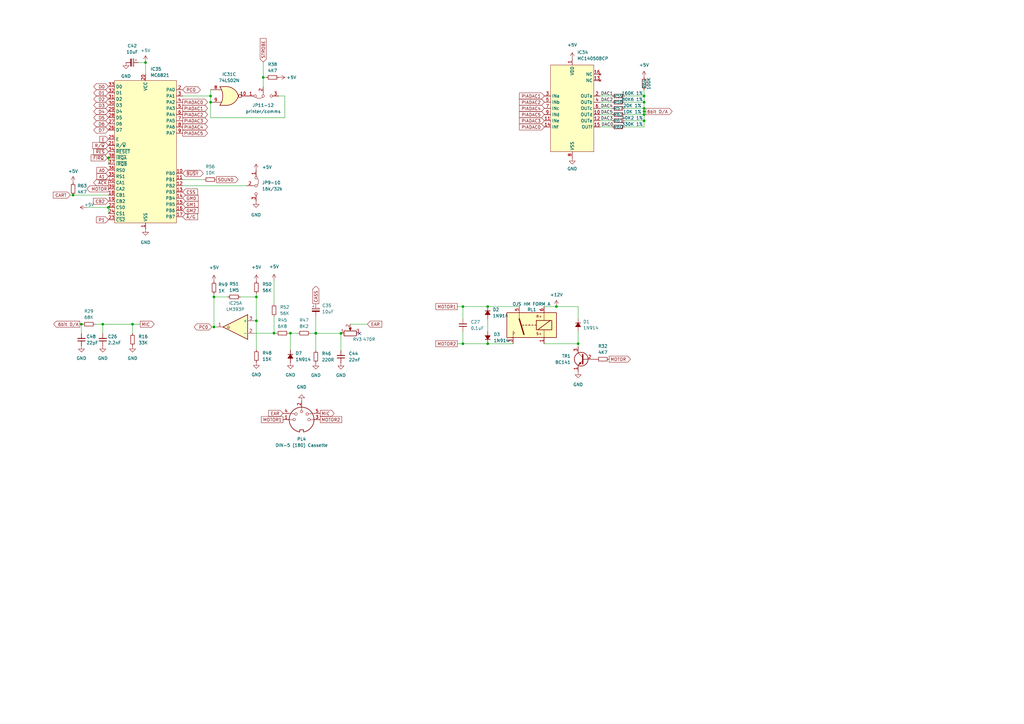
<source format=kicad_sch>
(kicad_sch (version 20250114) (generator "eeschema") (generator_version "9.0")
  (paper "A3")
  (title_block (date "2023-06-03") (rev "2.1") (company "Dragon Data") (comment 1 "Reproduced and Modified by Julian Brown"))
  (lib_symbols
    (symbol "74xx:74LS02" (pin_names (offset 1.016))
      (property "Reference" "U" (at 0 1.27 0))
      (property "Value" "74LS02" (at 0 -1.27 0))
      (symbol "74LS02_1_1"
        (arc (start -3.81 3.81) (mid -2.589 0) (end -3.81 -3.81) (stroke (width 0.254)))
        (polyline (pts (xy -3.81 3.81) (xy -0.635 3.81)) (stroke (width 0.254)) (fill (type background)))
        (polyline (pts (xy -3.81 -3.81) (xy -0.635 -3.81)) (stroke (width 0.254)) (fill (type background)))
        (arc (start 3.81 0) (mid 2.1855 -2.584) (end -0.6096 -3.81) (stroke (width 0.254)) (fill (type background)))
        (arc (start -0.6096 3.81) (mid 2.1929 2.5925) (end 3.81 0) (stroke (width 0.254)) (fill (type background)))
        (polyline (pts (xy -0.635 3.81) (xy -3.81 3.81) (xy -3.81 3.81) (xy -3.556 3.4036) (xy -3.0226 2.2606) (xy -2.6924 1.0414) (xy -2.6162 -0.254) (xy -2.7686 -1.4986) (xy -3.175 -2.7178) (xy -3.81 -3.81) (xy -3.81 -3.81) (xy -0.635 -3.81)) (stroke (width -25.4)) (fill (type background)))
        (pin input line (at -7.62 2.54 0) (length 4.318) (name "~") (number "2"))
        (pin input line (at -7.62 -2.54 0) (length 4.318) (name "~") (number "3"))
        (pin output inverted (at 7.62 0 180) (length 3.81) (name "~") (number "1"))
      )
      (symbol "74LS02_1_2"
        (arc (start 0 3.81) (mid 3.7934 0) (end 0 -3.81) (stroke (width 0.254)) (fill (type background)))
        (polyline (pts (xy 0 3.81) (xy -3.81 3.81) (xy -3.81 -3.81) (xy 0 -3.81)) (stroke (width 0.254)) (fill (type background)))
        (pin input inverted (at -7.62 2.54 0) (length 3.81) (name "~") (number "2"))
        (pin input inverted (at -7.62 -2.54 0) (length 3.81) (name "~") (number "3"))
        (pin output line (at 7.62 0 180) (length 3.81) (name "~") (number "1"))
      )
      (symbol "74LS02_2_1"
        (arc (start -3.81 3.81) (mid -2.589 0) (end -3.81 -3.81) (stroke (width 0.254)))
        (polyline (pts (xy -3.81 3.81) (xy -0.635 3.81)) (stroke (width 0.254)) (fill (type background)))
        (polyline (pts (xy -3.81 -3.81) (xy -0.635 -3.81)) (stroke (width 0.254)) (fill (type background)))
        (arc (start 3.81 0) (mid 2.1855 -2.584) (end -0.6096 -3.81) (stroke (width 0.254)) (fill (type background)))
        (arc (start -0.6096 3.81) (mid 2.1929 2.5925) (end 3.81 0) (stroke (width 0.254)) (fill (type background)))
        (polyline (pts (xy -0.635 3.81) (xy -3.81 3.81) (xy -3.81 3.81) (xy -3.556 3.4036) (xy -3.0226 2.2606) (xy -2.6924 1.0414) (xy -2.6162 -0.254) (xy -2.7686 -1.4986) (xy -3.175 -2.7178) (xy -3.81 -3.81) (xy -3.81 -3.81) (xy -0.635 -3.81)) (stroke (width -25.4)) (fill (type background)))
        (pin input line (at -7.62 2.54 0) (length 4.318) (name "~") (number "5"))
        (pin input line (at -7.62 -2.54 0) (length 4.318) (name "~") (number "6"))
        (pin output inverted (at 7.62 0 180) (length 3.81) (name "~") (number "4"))
      )
      (symbol "74LS02_2_2"
        (arc (start 0 3.81) (mid 3.7934 0) (end 0 -3.81) (stroke (width 0.254)) (fill (type background)))
        (polyline (pts (xy 0 3.81) (xy -3.81 3.81) (xy -3.81 -3.81) (xy 0 -3.81)) (stroke (width 0.254)) (fill (type background)))
        (pin input inverted (at -7.62 2.54 0) (length 3.81) (name "~") (number "5"))
        (pin input inverted (at -7.62 -2.54 0) (length 3.81) (name "~") (number "6"))
        (pin output line (at 7.62 0 180) (length 3.81) (name "~") (number "4"))
      )
      (symbol "74LS02_3_1"
        (arc (start -3.81 3.81) (mid -2.589 0) (end -3.81 -3.81) (stroke (width 0.254)))
        (polyline (pts (xy -3.81 3.81) (xy -0.635 3.81)) (stroke (width 0.254)) (fill (type background)))
        (polyline (pts (xy -3.81 -3.81) (xy -0.635 -3.81)) (stroke (width 0.254)) (fill (type background)))
        (arc (start 3.81 0) (mid 2.1855 -2.584) (end -0.6096 -3.81) (stroke (width 0.254)) (fill (type background)))
        (arc (start -0.6096 3.81) (mid 2.1929 2.5925) (end 3.81 0) (stroke (width 0.254)) (fill (type background)))
        (polyline (pts (xy -0.635 3.81) (xy -3.81 3.81) (xy -3.81 3.81) (xy -3.556 3.4036) (xy -3.0226 2.2606) (xy -2.6924 1.0414) (xy -2.6162 -0.254) (xy -2.7686 -1.4986) (xy -3.175 -2.7178) (xy -3.81 -3.81) (xy -3.81 -3.81) (xy -0.635 -3.81)) (stroke (width -25.4)) (fill (type background)))
        (pin input line (at -7.62 2.54 0) (length 4.318) (name "~") (number "8"))
        (pin input line (at -7.62 -2.54 0) (length 4.318) (name "~") (number "9"))
        (pin output inverted (at 7.62 0 180) (length 3.81) (name "~") (number "10"))
      )
      (symbol "74LS02_3_2"
        (arc (start 0 3.81) (mid 3.7934 0) (end 0 -3.81) (stroke (width 0.254)) (fill (type background)))
        (polyline (pts (xy 0 3.81) (xy -3.81 3.81) (xy -3.81 -3.81) (xy 0 -3.81)) (stroke (width 0.254)) (fill (type background)))
        (pin input inverted (at -7.62 2.54 0) (length 3.81) (name "~") (number "8"))
        (pin input inverted (at -7.62 -2.54 0) (length 3.81) (name "~") (number "9"))
        (pin output line (at 7.62 0 180) (length 3.81) (name "~") (number "10"))
      )
      (symbol "74LS02_4_1"
        (arc (start -3.81 3.81) (mid -2.589 0) (end -3.81 -3.81) (stroke (width 0.254)))
        (polyline (pts (xy -3.81 3.81) (xy -0.635 3.81)) (stroke (width 0.254)) (fill (type background)))
        (polyline (pts (xy -3.81 -3.81) (xy -0.635 -3.81)) (stroke (width 0.254)) (fill (type background)))
        (arc (start 3.81 0) (mid 2.1855 -2.584) (end -0.6096 -3.81) (stroke (width 0.254)) (fill (type background)))
        (arc (start -0.6096 3.81) (mid 2.1929 2.5925) (end 3.81 0) (stroke (width 0.254)) (fill (type background)))
        (polyline (pts (xy -0.635 3.81) (xy -3.81 3.81) (xy -3.81 3.81) (xy -3.556 3.4036) (xy -3.0226 2.2606) (xy -2.6924 1.0414) (xy -2.6162 -0.254) (xy -2.7686 -1.4986) (xy -3.175 -2.7178) (xy -3.81 -3.81) (xy -3.81 -3.81) (xy -0.635 -3.81)) (stroke (width -25.4)) (fill (type background)))
        (pin input line (at -7.62 2.54 0) (length 4.318) (name "~") (number "11"))
        (pin input line (at -7.62 -2.54 0) (length 4.318) (name "~") (number "12"))
        (pin output inverted (at 7.62 0 180) (length 3.81) (name "~") (number "13"))
      )
      (symbol "74LS02_4_2"
        (arc (start 0 3.81) (mid 3.7934 0) (end 0 -3.81) (stroke (width 0.254)) (fill (type background)))
        (polyline (pts (xy 0 3.81) (xy -3.81 3.81) (xy -3.81 -3.81) (xy 0 -3.81)) (stroke (width 0.254)) (fill (type background)))
        (pin input inverted (at -7.62 2.54 0) (length 3.81) (name "~") (number "11"))
        (pin input inverted (at -7.62 -2.54 0) (length 3.81) (name "~") (number "12"))
        (pin output line (at 7.62 0 180) (length 3.81) (name "~") (number "13"))
      )
      (symbol "74LS02_5_0"
        (pin power_in line (at 0 12.7 270) (length 5.08) (name "VCC") (number "14"))
        (pin power_in line (at 0 -12.7 90) (length 5.08) (name "GND") (number "7"))
      )
      (symbol "74LS02_5_1"
        (rectangle (start -5.08 7.62) (end 5.08 -7.62) (stroke (width 0.254)) (fill (type background)))
      )
    )
    (symbol "Comparator:LM393" (pin_names (offset 0.127))
      (property "Reference" "U" (at 3.81 3.81 0))
      (property "Value" "LM393" (at 6.35 -3.81 0))
      (symbol "LM393_1_1"
        (polyline (pts (xy -5.08 5.08) (xy 5.08 0) (xy -5.08 -5.08) (xy -5.08 5.08)) (stroke (width 0.254)) (fill (type background)))
        (polyline (pts (xy 3.302 -0.508) (xy 2.794 -0.508) (xy 3.302 0) (xy 2.794 0.508) (xy 2.286 0) (xy 2.794 -0.508) (xy 2.286 -0.508)) (stroke (width 0.127)))
        (pin input line (at -7.62 2.54 0) (length 2.54) (name "+") (number "3"))
        (pin input line (at -7.62 -2.54 0) (length 2.54) (name "-") (number "2"))
        (pin open_collector line (at 7.62 0 180) (length 2.54) (name "~") (number "1"))
      )
      (symbol "LM393_2_1"
        (polyline (pts (xy -5.08 5.08) (xy 5.08 0) (xy -5.08 -5.08) (xy -5.08 5.08)) (stroke (width 0.254)) (fill (type background)))
        (polyline (pts (xy 3.302 -0.508) (xy 2.794 -0.508) (xy 3.302 0) (xy 2.794 0.508) (xy 2.286 0) (xy 2.794 -0.508) (xy 2.286 -0.508)) (stroke (width 0.127)))
        (pin input line (at -7.62 2.54 0) (length 2.54) (name "+") (number "5"))
        (pin input line (at -7.62 -2.54 0) (length 2.54) (name "_") (number "6"))
        (pin open_collector line (at 7.62 0 180) (length 2.54) (name "~") (number "7"))
      )
      (symbol "LM393_3_1"
        (pin power_in line (at -2.54 7.62 270) (length 3.81) (name "V+") (number "8"))
        (pin power_in line (at -2.54 -7.62 90) (length 3.81) (name "V-") (number "4"))
      )
    )
    (symbol "Connector:DIN-5_180degree" (pin_names (offset 1.016))
      (property "Reference" "J" (at 3.175 5.715 0))
      (property "Value" "DIN-5_180degree" (at 0 -6.35 0))
      (symbol "DIN-5_180degree_0_1"
        (polyline (pts (xy -5.08 2.54) (xy -4.318 2.54) (xy -2.794 2.286)))
        (polyline (pts (xy -5.08 0) (xy -3.556 0)))
        (circle (center -3.048 0) (radius 0.508))
        (circle (center -2.286 2.286) (radius 0.508))
        (polyline (pts (xy -0.762 -4.953) (xy -0.762 -4.191) (xy 0.762 -4.191) (xy 0.762 -4.953)) (stroke (width 0.254)))
        (arc (start 5.08 0) (mid 3.8673 -3.3444) (end 0.762 -5.08) (stroke (width 0.254)))
        (polyline (pts (xy 0 5.08) (xy 0 3.81)))
        (circle (center 0 3.302) (radius 0.508))
        (arc (start -5.08 0) (mid 0 5.0579) (end 5.08 0) (stroke (width 0.254)))
        (arc (start -0.762 -5.08) (mid -3.8597 -3.3379) (end -5.08 0) (stroke (width 0.254)))
        (circle (center 2.286 2.286) (radius 0.508))
        (circle (center 3.048 0) (radius 0.508))
        (polyline (pts (xy 5.08 2.54) (xy 4.318 2.54) (xy 2.794 2.286)))
        (polyline (pts (xy 5.08 0) (xy 3.556 0)))
      )
      (symbol "DIN-5_180degree_1_1"
        (pin passive line (at -7.62 2.54 0) (length 2.54) (name "~") (number "4"))
        (pin passive line (at -7.62 0 0) (length 2.54) (name "~") (number "1"))
        (pin passive line (at 0 7.62 270) (length 2.54) (name "~") (number "2"))
        (pin passive line (at 7.62 2.54 180) (length 2.54) (name "~") (number "5"))
        (pin passive line (at 7.62 0 180) (length 2.54) (name "~") (number "3"))
      )
    )
    (symbol "Device:C_Polarized_Small" (pin_numbers (hide yes)) (pin_names (offset 0.254) (hide yes))
      (property "Reference" "C" (at 0.254 1.778 0))
      (property "Value" "C_Polarized_Small" (at 0.254 -2.032 0))
      (symbol "C_Polarized_Small_0_1"
        (rectangle (start -1.524 0.6858) (end 1.524 0.3048))
        (rectangle (start -1.524 -0.3048) (end 1.524 -0.6858) (fill (type outline)))
        (polyline (pts (xy -1.27 1.524) (xy -0.762 1.524)))
        (polyline (pts (xy -1.016 1.27) (xy -1.016 1.778)))
      )
      (symbol "C_Polarized_Small_1_1"
        (pin passive line (at 0 2.54 270) (length 1.8542) (name "~") (number "1"))
        (pin passive line (at 0 -2.54 90) (length 1.8542) (name "~") (number "2"))
      )
    )
    (symbol "Device:C_Small" (pin_numbers (hide yes)) (pin_names (offset 0.254) (hide yes))
      (property "Reference" "C" (at 0.254 1.778 0))
      (property "Value" "C_Small" (at 0.254 -2.032 0))
      (symbol "C_Small_0_1"
        (polyline (pts (xy -1.524 0.508) (xy 1.524 0.508)) (stroke (width 0.3048)))
        (polyline (pts (xy -1.524 -0.508) (xy 1.524 -0.508)) (stroke (width 0.3302)))
      )
      (symbol "C_Small_1_1"
        (pin passive line (at 0 2.54 270) (length 2.032) (name "~") (number "1"))
        (pin passive line (at 0 -2.54 90) (length 2.032) (name "~") (number "2"))
      )
    )
    (symbol "Device:D_Small_Filled" (pin_numbers (hide yes)) (pin_names (offset 0.254) (hide yes))
      (property "Reference" "D" (at -1.27 2.032 0))
      (property "Value" "D_Small_Filled" (at -3.81 -2.032 0))
      (symbol "D_Small_Filled_0_1"
        (polyline (pts (xy -0.762 0) (xy 0.762 0)))
        (polyline (pts (xy -0.762 -1.016) (xy -0.762 1.016)) (stroke (width 0.254)))
        (polyline (pts (xy 0.762 -1.016) (xy -0.762 0) (xy 0.762 1.016) (xy 0.762 -1.016)) (stroke (width 0.254)) (fill (type outline)))
      )
      (symbol "D_Small_Filled_1_1"
        (pin passive line (at -2.54 0 0) (length 1.778) (name "K") (number "1"))
        (pin passive line (at 2.54 0 180) (length 1.778) (name "A") (number "2"))
      )
    )
    (symbol "Device:R_Potentiometer" (pin_names (offset 1.016) (hide yes))
      (property "Reference" "RV" (at -4.445 0 90))
      (property "Value" "R_Potentiometer" (at -2.54 0 90))
      (symbol "R_Potentiometer_0_1"
        (rectangle (start 1.016 2.54) (end -1.016 -2.54) (stroke (width 0.254)))
        (polyline (pts (xy 1.143 0) (xy 2.286 0.508) (xy 2.286 -0.508) (xy 1.143 0)) (fill (type outline)))
        (polyline (pts (xy 2.54 0) (xy 1.524 0)))
      )
      (symbol "R_Potentiometer_1_1"
        (pin passive line (at 0 3.81 270) (length 1.27) (name "1") (number "1"))
        (pin passive line (at 0 -3.81 90) (length 1.27) (name "3") (number "3"))
        (pin passive line (at 3.81 0 180) (length 1.27) (name "2") (number "2"))
      )
    )
    (symbol "Device:R_Small" (pin_numbers (hide yes)) (pin_names (offset 0.254) (hide yes))
      (property "Reference" "R" (at 0.762 0.508 0))
      (property "Value" "R_Small" (at 0.762 -1.016 0))
      (symbol "R_Small_0_1"
        (rectangle (start -0.762 1.778) (end 0.762 -1.778) (stroke (width 0.2032)))
      )
      (symbol "R_Small_1_1"
        (pin passive line (at 0 2.54 270) (length 0.762) (name "~") (number "1"))
        (pin passive line (at 0 -2.54 90) (length 0.762) (name "~") (number "2"))
      )
    )
    (symbol "Jumper:Jumper_3_Bridged12" (pin_names (offset 0) (hide yes))
      (property "Reference" "JP" (at -2.54 -2.54 0))
      (property "Value" "Jumper_3_Bridged12" (at 0 2.794 0))
      (symbol "Jumper_3_Bridged12_0_0"
        (circle (center -3.302 0) (radius 0.508))
        (circle (center 0 0) (radius 0.508))
        (circle (center 3.302 0) (radius 0.508))
      )
      (symbol "Jumper_3_Bridged12_0_1"
        (arc (start -3.048 0.508) (mid -1.651 0.9912) (end -0.254 0.508))
        (polyline (pts (xy 0 -1.27) (xy 0 -0.508)))
      )
      (symbol "Jumper_3_Bridged12_1_1"
        (pin passive line (at -6.35 0 0) (length 2.54) (name "A") (number "1"))
        (pin input line (at 0 -3.81 90) (length 2.54) (name "C") (number "2"))
        (pin passive line (at 6.35 0 180) (length 2.54) (name "B") (number "3"))
      )
    )
    (symbol "Motorola PIA:MC14050BCP"
      (property "Reference" "U" (at 0 8.89 0))
      (property "Value" "MC14050BCP" (at 0 -10.16 0))
      (symbol "MC14050BCP_0_1"
        (rectangle (start -8.89 17.78) (end 8.89 -17.78) (fill (type background)))
      )
      (symbol "MC14050BCP_1_1"
        (pin input line (at -11.43 5.08 0) (length 2.54) (name "INa") (number "3"))
        (pin input line (at -11.43 2.54 0) (length 2.54) (name "INb") (number "5"))
        (pin input line (at -11.43 0 0) (length 2.54) (name "INc") (number "7"))
        (pin input line (at -11.43 -2.54 0) (length 2.54) (name "INd") (number "9"))
        (pin input line (at -11.43 -5.08 0) (length 2.54) (name "INe") (number "11"))
        (pin input line (at -11.43 -7.62 0) (length 2.54) (name "INf") (number "14"))
        (pin power_in line (at 0 20.32 270) (length 2.54) (name "VDD") (number "1"))
        (pin power_in line (at 0 -20.32 90) (length 2.54) (name "VSS") (number "8"))
        (pin no_connect line (at 11.43 13.97 180) (length 2.54) (name "NC") (number "16"))
        (pin no_connect line (at 11.43 11.43 180) (length 2.54) (name "NC") (number "13"))
        (pin output line (at 11.43 5.08 180) (length 2.54) (name "OUTa") (number "2"))
        (pin output line (at 11.43 2.54 180) (length 2.54) (name "OUTb") (number "4"))
        (pin output line (at 11.43 0 180) (length 2.54) (name "OUTc") (number "6"))
        (pin output line (at 11.43 -2.54 180) (length 2.54) (name "OUTd") (number "10"))
        (pin output line (at 11.43 -5.08 180) (length 2.54) (name "OUTe") (number "12"))
        (pin output line (at 11.43 -7.62 180) (length 2.54) (name "OUTf") (number "15"))
      )
    )
    (symbol "Motorola PIA:MC6821"
      (property "Reference" "U" (at 0 1.27 0))
      (property "Value" "MC6821" (at 0 -1.27 0))
      (symbol "MC6821_0_1"
        (rectangle (start -12.7 30.48) (end 12.7 -27.94) (fill (type background)))
      )
      (symbol "MC6821_1_1"
        (pin bidirectional line (at -15.24 27.94 0) (length 2.54) (name "D0") (number "33"))
        (pin bidirectional line (at -15.24 25.4 0) (length 2.54) (name "D1") (number "32"))
        (pin bidirectional line (at -15.24 22.86 0) (length 2.54) (name "D2") (number "31"))
        (pin bidirectional line (at -15.24 20.32 0) (length 2.54) (name "D3") (number "30"))
        (pin bidirectional line (at -15.24 17.78 0) (length 2.54) (name "D4") (number "29"))
        (pin bidirectional line (at -15.24 15.24 0) (length 2.54) (name "D5") (number "28"))
        (pin bidirectional line (at -15.24 12.7 0) (length 2.54) (name "D6") (number "27"))
        (pin bidirectional line (at -15.24 10.16 0) (length 2.54) (name "D7") (number "26"))
        (pin input line (at -15.24 6.35 0) (length 2.54) (name "E") (number "25"))
        (pin input line (at -15.24 3.81 0) (length 2.54) (name "R/~{W}") (number "21"))
        (pin input line (at -15.24 1.27 0) (length 2.54) (name "~{RESET}") (number "34"))
        (pin input line (at -15.24 -1.27 0) (length 2.54) (name "~{IRQA}") (number "38"))
        (pin input line (at -15.24 -3.81 0) (length 2.54) (name "~{IRQB}") (number "37"))
        (pin input line (at -15.24 -6.35 0) (length 2.54) (name "RS0") (number "36"))
        (pin input line (at -15.24 -8.89 0) (length 2.54) (name "RS1") (number "35"))
        (pin input line (at -15.24 -11.43 0) (length 2.54) (name "CA1") (number "40"))
        (pin input line (at -15.24 -13.97 0) (length 2.54) (name "CA2") (number "39"))
        (pin input line (at -15.24 -16.51 0) (length 2.54) (name "CB1") (number "18"))
        (pin input line (at -15.24 -19.05 0) (length 2.54) (name "CB2") (number "19"))
        (pin input line (at -15.24 -21.59 0) (length 2.54) (name "CS0") (number "22"))
        (pin input line (at -15.24 -24.13 0) (length 2.54) (name "CS1") (number "24"))
        (pin input line (at -15.24 -26.67 0) (length 2.54) (name "~{CS2}") (number "23"))
        (pin power_in line (at 0 33.02 270) (length 2.54) (name "VCC") (number "20"))
        (pin power_in line (at 0 -30.48 90) (length 2.54) (name "VSS") (number "1"))
        (pin bidirectional line (at 15.24 26.67 180) (length 2.54) (name "PA0") (number "2"))
        (pin bidirectional line (at 15.24 24.13 180) (length 2.54) (name "PA1") (number "3"))
        (pin bidirectional line (at 15.24 21.59 180) (length 2.54) (name "PA2") (number "4"))
        (pin bidirectional line (at 15.24 19.05 180) (length 2.54) (name "PA3") (number "5"))
        (pin bidirectional line (at 15.24 16.51 180) (length 2.54) (name "PA4") (number "6"))
        (pin bidirectional line (at 15.24 13.97 180) (length 2.54) (name "PA5") (number "7"))
        (pin bidirectional line (at 15.24 11.43 180) (length 2.54) (name "PA6") (number "8"))
        (pin bidirectional line (at 15.24 8.89 180) (length 2.54) (name "PA7") (number "9"))
        (pin bidirectional line (at 15.24 -7.62 180) (length 2.54) (name "PB0") (number "10"))
        (pin bidirectional line (at 15.24 -10.16 180) (length 2.54) (name "PB1") (number "11"))
        (pin bidirectional line (at 15.24 -12.7 180) (length 2.54) (name "PB2") (number "12"))
        (pin bidirectional line (at 15.24 -15.24 180) (length 2.54) (name "PB3") (number "13"))
        (pin bidirectional line (at 15.24 -17.78 180) (length 2.54) (name "PB4") (number "14"))
        (pin bidirectional line (at 15.24 -20.32 180) (length 2.54) (name "PB5") (number "15"))
        (pin bidirectional line (at 15.24 -22.86 180) (length 2.54) (name "PB6") (number "16"))
        (pin bidirectional line (at 15.24 -25.4 180) (length 2.54) (name "PB7") (number "17"))
      )
    )
    (symbol "Relay:ADW11"
      (property "Reference" "K" (at 11.43 3.81 0))
      (property "Value" "ADW11" (at 13.97 1.27 0))
      (symbol "ADW11_1_1"
        (rectangle (start -10.16 5.08) (end 10.16 -5.08) (stroke (width 0.254)) (fill (type background)))
        (rectangle (start -8.255 1.905) (end -1.905 -1.905) (stroke (width 0.254)))
        (polyline (pts (xy -7.62 -1.905) (xy -2.54 1.905)) (stroke (width 0.254)))
        (polyline (pts (xy -5.08 5.08) (xy -5.08 1.905)))
        (polyline (pts (xy -5.08 -5.08) (xy -5.08 -1.905)))
        (polyline (pts (xy -1.905 0) (xy -1.27 0)) (stroke (width 0.254)))
        (polyline (pts (xy -0.635 0) (xy 0 0)) (stroke (width 0.254)))
        (polyline (pts (xy 0.635 0) (xy 1.27 0)) (stroke (width 0.254)))
        (polyline (pts (xy 0.635 0) (xy 1.27 0)) (stroke (width 0.254)))
        (polyline (pts (xy 1.905 0) (xy 2.54 0)) (stroke (width 0.254)))
        (polyline (pts (xy 3.175 0) (xy 3.81 0)) (stroke (width 0.254)))
        (polyline (pts (xy 5.08 -2.54) (xy 3.175 3.81)) (stroke (width 0.508)))
        (polyline (pts (xy 5.08 -2.54) (xy 5.08 -5.08)))
        (polyline (pts (xy 7.62 3.81) (xy 7.62 5.08)))
        (polyline (pts (xy 7.62 3.81) (xy 7.62 2.54) (xy 6.985 3.175) (xy 7.62 3.81)))
        (text "S+" (at -3.048 3.556 0) (effects (font (size 1.016 1.016))))
        (text "R+" (at -3.048 -3.556 0) (effects (font (size 1.016 1.016))))
        (pin passive line (at -5.08 7.62 270) (length 2.54) (name "~") (number "1"))
        (pin passive line (at -5.08 -7.62 90) (length 2.54) (name "~") (number "6"))
        (pin passive line (at 5.08 -7.62 90) (length 2.54) (name "~") (number "5"))
        (pin passive line (at 7.62 7.62 270) (length 2.54) (name "~") (number "3"))
      )
    )
    (symbol "Transistor_BJT:BC141" (pin_names (offset 0) (hide yes))
      (property "Reference" "Q" (at 5.08 1.905 0))
      (property "Value" "BC141" (at 5.08 0 0))
      (symbol "BC141_0_1"
        (polyline (pts (xy 0.635 1.905) (xy 0.635 -1.905) (xy 0.635 -1.905)) (stroke (width 0.508)))
        (polyline (pts (xy 0.635 0.635) (xy 2.54 2.54)))
        (polyline (pts (xy 0.635 -0.635) (xy 2.54 -2.54) (xy 2.54 -2.54)))
        (circle (center 1.27 0) (radius 2.8194) (stroke (width 0.254)))
        (polyline (pts (xy 1.27 -1.778) (xy 1.778 -1.27) (xy 2.286 -2.286) (xy 1.27 -1.778) (xy 1.27 -1.778)) (fill (type outline)))
      )
      (symbol "BC141_1_1"
        (pin passive line (at -5.08 0 0) (length 5.715) (name "B") (number "2"))
        (pin passive line (at 2.54 5.08 270) (length 2.54) (name "C") (number "3"))
        (pin passive line (at 2.54 -5.08 90) (length 2.54) (name "E") (number "1"))
      )
    )
    (symbol "power:+12V" (power) (pin_names (offset 0))
      (property "Value" "+12V" (at 0 3.556 0))
      (symbol "+12V_0_1"
        (polyline (pts (xy -0.762 1.27) (xy 0 2.54)))
        (polyline (pts (xy 0 2.54) (xy 0.762 1.27)))
        (polyline (pts (xy 0 0) (xy 0 2.54)))
      )
      (symbol "+12V_1_1"
        (pin power_in line (at 0 0 90) (length 0) (hide yes) (name "+12V") (number "1"))
      )
    )
    (symbol "power:+5V" (power) (pin_names (offset 0))
      (property "Value" "+5V" (at 0 3.556 0))
      (symbol "+5V_0_1"
        (polyline (pts (xy -0.762 1.27) (xy 0 2.54)))
        (polyline (pts (xy 0 2.54) (xy 0.762 1.27)))
        (polyline (pts (xy 0 0) (xy 0 2.54)))
      )
      (symbol "+5V_1_1"
        (pin power_in line (at 0 0 90) (length 0) (hide yes) (name "+5V") (number "1"))
      )
    )
    (symbol "power:GND" (power) (pin_names (offset 0))
      (property "Value" "GND" (at 0 -3.81 0))
      (symbol "GND_0_1"
        (polyline (pts (xy 0 0) (xy 0 -1.27) (xy 1.27 -1.27) (xy 0 -2.54) (xy -1.27 -1.27) (xy 0 -1.27)))
      )
      (symbol "GND_1_1"
        (pin power_in line (at 0 0 270) (length 0) (hide yes) (name "GND") (number "1"))
      )
    )
  )
  (junction (at 228.219 125.73))
  (junction (at 264.16 49.53))
  (junction (at 87.757 121.793))
  (junction (at 112.395 136.652))
  (junction (at 87.757 134.112))
  (junction (at 264.16 39.37))
  (junction (at 200.025 125.73))
  (junction (at 29.972 80.01))
  (junction (at 105.156 121.793))
  (junction (at 119.126 136.652))
  (junction (at 139.827 136.7523))
  (junction (at 54.356 132.969))
  (junction (at 86.36 39.37))
  (junction (at 200.025 140.97))
  (junction (at 33.401 132.969))
  (junction (at 86.36 41.91))
  (junction (at 44.45 64.77))
  (junction (at 42.164 132.969))
  (junction (at 264.16 46.99))
  (junction (at 129.54 136.7523))
  (junction (at 264.16 44.45))
  (junction (at 59.69 25.654))
  (junction (at 105.156 131.572))
  (junction (at 107.95 31.75))
  (junction (at 189.865 125.73))
  (junction (at 237.109 140.97))
  (junction (at 264.16 45.72))
  (junction (at 189.865 140.97))
  (junction (at 129.54 136.652))
  (junction (at 264.16 41.91))
  (junction (at 44.45 85.09))
  (no_connect (at 147.447 136.7523))
  (wire (pts (xy 251.079 39.37) (xy 246.126 39.37)))
  (wire (pts (xy 139.827 136.7523) (xy 129.54 136.7523)))
  (wire (pts (xy 105.156 120.396) (xy 105.156 121.793)))
  (wire (pts (xy 223.139 140.97) (xy 237.109 140.97)))
  (wire (pts (xy 187.579 140.97) (xy 189.865 140.97)))
  (wire (pts (xy 32.766 132.969) (xy 33.401 132.969)))
  (wire (pts (xy 228.219 125.73) (xy 237.109 125.73)))
  (wire (pts (xy 264.16 45.72) (xy 264.922 45.72)))
  (wire (pts (xy 105.156 131.572) (xy 104.14 131.572)))
  (wire (pts (xy 87.757 134.112) (xy 88.9 134.112)))
  (wire (pts (xy 150.6889 132.9479) (xy 143.637 132.9423)))
  (wire (pts (xy 264.16 36.83) (xy 264.16 39.37)))
  (wire (pts (xy 87.757 121.793) (xy 87.757 134.112)))
  (wire (pts (xy 112.395 136.652) (xy 104.14 136.652)))
  (wire (pts (xy 107.95 25.4) (xy 107.95 31.75)))
  (wire (pts (xy 44.069 64.77) (xy 44.45 64.77)))
  (wire (pts (xy 264.16 45.72) (xy 264.16 46.99)))
  (wire (pts (xy 44.45 64.77) (xy 44.45 67.31)))
  (wire (pts (xy 251.079 49.53) (xy 246.126 49.53)))
  (wire (pts (xy 28.829 80.01) (xy 29.972 80.01)))
  (wire (pts (xy 114.3 39.37) (xy 116.84 39.37)))
  (wire (pts (xy 237.109 135.763) (xy 237.109 140.97)))
  (wire (pts (xy 256.159 39.37) (xy 264.16 39.37)))
  (wire (pts (xy 105.156 121.793) (xy 105.156 131.572)))
  (wire (pts (xy 251.079 44.45) (xy 246.126 44.45)))
  (wire (pts (xy 200.025 140.97) (xy 210.439 140.97)))
  (wire (pts (xy 264.16 44.45) (xy 264.16 45.72)))
  (wire (pts (xy 54.356 132.969) (xy 42.164 132.969)))
  (wire (pts (xy 129.54 136.652) (xy 127.254 136.652)))
  (wire (pts (xy 87.757 121.793) (xy 93.472 121.793)))
  (wire (pts (xy 223.139 125.73) (xy 228.219 125.73)))
  (wire (pts (xy 87.757 120.523) (xy 87.757 121.793)))
  (wire (pts (xy 35.433 85.09) (xy 44.45 85.09)))
  (wire (pts (xy 264.16 49.53) (xy 264.16 52.07)))
  (wire (pts (xy 42.164 132.969) (xy 38.989 132.969)))
  (wire (pts (xy 86.36 48.26) (xy 116.84 48.26)))
  (wire (pts (xy 107.95 31.75) (xy 109.22 31.75)))
  (wire (pts (xy 139.827 143.764) (xy 139.827 136.7523)))
  (wire (pts (xy 44.45 85.09) (xy 44.45 87.63)))
  (wire (pts (xy 256.159 44.45) (xy 264.16 44.45)))
  (wire (pts (xy 256.159 49.53) (xy 264.16 49.53)))
  (wire (pts (xy 29.972 80.01) (xy 44.45 80.01)))
  (wire (pts (xy 189.865 140.97) (xy 200.025 140.97)))
  (wire (pts (xy 122.174 136.652) (xy 119.126 136.652)))
  (wire (pts (xy 105.156 121.793) (xy 98.552 121.793)))
  (wire (pts (xy 264.16 39.37) (xy 264.16 41.91)))
  (wire (pts (xy 256.159 41.91) (xy 264.16 41.91)))
  (wire (pts (xy 74.93 76.2) (xy 101.219 76.2)))
  (wire (pts (xy 237.109 125.73) (xy 237.109 130.683)))
  (wire (pts (xy 54.356 132.969) (xy 54.356 136.779)))
  (wire (pts (xy 59.69 25.654) (xy 59.69 30.48)))
  (wire (pts (xy 251.079 52.07) (xy 246.126 52.07)))
  (wire (pts (xy 189.865 130.81) (xy 189.865 125.73)))
  (wire (pts (xy 86.36 36.83) (xy 86.36 39.37)))
  (wire (pts (xy 237.109 140.97) (xy 237.109 142.24)))
  (wire (pts (xy 129.54 129.667) (xy 129.54 136.652)))
  (wire (pts (xy 119.126 136.652) (xy 118.364 136.652)))
  (wire (pts (xy 264.16 46.99) (xy 264.16 49.53)))
  (wire (pts (xy 112.395 129.794) (xy 112.395 136.652)))
  (wire (pts (xy 74.93 39.37) (xy 86.36 39.37)))
  (wire (pts (xy 105.156 131.572) (xy 105.156 143.51)))
  (wire (pts (xy 189.865 135.89) (xy 189.865 140.97)))
  (wire (pts (xy 251.079 46.99) (xy 246.126 46.99)))
  (wire (pts (xy 113.284 136.652) (xy 112.395 136.652)))
  (wire (pts (xy 83.693 73.66) (xy 74.93 73.66)))
  (wire (pts (xy 57.531 132.969) (xy 54.356 132.969)))
  (wire (pts (xy 112.395 115.062) (xy 112.395 124.714)))
  (wire (pts (xy 33.401 132.969) (xy 33.909 132.969)))
  (wire (pts (xy 256.159 52.07) (xy 264.16 52.07)))
  (wire (pts (xy 59.69 25.4) (xy 59.69 25.654)))
  (wire (pts (xy 251.079 41.91) (xy 246.126 41.91)))
  (wire (pts (xy 200.025 130.81) (xy 200.025 135.89)))
  (wire (pts (xy 107.95 31.75) (xy 107.95 35.56)))
  (wire (pts (xy 86.36 41.91) (xy 86.36 48.26)))
  (wire (pts (xy 116.84 48.26) (xy 116.84 39.37)))
  (wire (pts (xy 33.401 136.779) (xy 33.401 132.969)))
  (wire (pts (xy 86.36 39.37) (xy 86.36 41.91)))
  (wire (pts (xy 129.54 143.764) (xy 129.54 136.7523)))
  (wire (pts (xy 189.865 125.73) (xy 200.025 125.73)))
  (wire (pts (xy 256.159 46.99) (xy 264.16 46.99)))
  (wire (pts (xy 119.126 143.637) (xy 119.126 136.652)))
  (wire (pts (xy 56.769 25.654) (xy 59.69 25.654)))
  (wire (pts (xy 264.16 41.91) (xy 264.16 44.45)))
  (wire (pts (xy 42.164 132.969) (xy 42.164 136.779)))
  (wire (pts (xy 129.54 136.7523) (xy 129.54 136.652)))
  (wire (pts (xy 187.579 125.73) (xy 189.865 125.73)))
  (wire (pts (xy 200.025 125.73) (xy 212.979 125.73)))
  (wire (pts (xy 86.868 134.112) (xy 87.757 134.112)))
  (label "DAC3" (at 246.3611 49.53 0))
  (label "DAC1" (at 246.4162 39.37 0))
  (label "DAC5" (at 246.3611 46.99 0))
  (label "DAC4" (at 246.3611 44.45 0))
  (label "DAC2" (at 246.3611 41.91 0))
  (label "DAC0" (at 246.5816 52.07 0))
  (global_label "PIADAC1" (shape output) (at 74.93 44.45 0) (property "Intersheetrefs" "${INTERSHEET_REFS}" (effects (hide yes))))
  (global_label "D3" (shape bidirectional) (at 44.45 43.18 180) (property "Intersheetrefs" "${INTERSHEET_REFS}" (effects (hide yes))))
  (global_label "D0" (shape bidirectional) (at 44.45 35.56 180) (property "Intersheetrefs" "${INTERSHEET_REFS}" (effects (hide yes))))
  (global_label "PIADAC4" (shape output) (at 74.93 52.07 0) (property "Intersheetrefs" "${INTERSHEET_REFS}" (effects (hide yes))))
  (global_label "CASS" (shape output) (at 129.54 124.587 90) (property "Intersheetrefs" "${INTERSHEET_REFS}" (effects (hide yes))))
  (global_label "A1" (shape input) (at 44.45 72.39 180) (property "Intersheetrefs" "${INTERSHEET_REFS}" (effects (hide yes))))
  (global_label "EAR" (shape input) (at 116.078 169.545 180) (property "Intersheetrefs" "${INTERSHEET_REFS}" (effects (hide yes))))
  (global_label "~{RES}" (shape input) (at 44.45 62.23 180) (property "Intersheetrefs" "${INTERSHEET_REFS}" (effects (hide yes))))
  (global_label "PIADAC2" (shape output) (at 74.93 46.99 0) (property "Intersheetrefs" "${INTERSHEET_REFS}" (effects (hide yes))))
  (global_label "D2" (shape bidirectional) (at 44.45 40.64 180) (property "Intersheetrefs" "${INTERSHEET_REFS}" (effects (hide yes))))
  (global_label "MOTOR" (shape output) (at 44.45 77.47 180) (property "Intersheetrefs" "${INTERSHEET_REFS}" (effects (hide yes))))
  (global_label "MIC" (shape output) (at 57.531 132.969 0) (property "Intersheetrefs" "${INTERSHEET_REFS}" (effects (hide yes))))
  (global_label "PIADAC2" (shape input) (at 223.266 41.91 180) (property "Intersheetrefs" "${INTERSHEET_REFS}" (effects (hide yes))))
  (global_label "~{BUSY}" (shape bidirectional) (at 74.93 71.12 0) (property "Intersheetrefs" "${INTERSHEET_REFS}" (effects (hide yes))))
  (global_label "PIADAC4" (shape input) (at 223.266 44.45 180) (property "Intersheetrefs" "${INTERSHEET_REFS}" (effects (hide yes))))
  (global_label "GM2" (shape input) (at 74.93 86.36 0) (property "Intersheetrefs" "${INTERSHEET_REFS}" (effects (hide yes))))
  (global_label "GM1" (shape input) (at 74.93 83.82 0) (property "Intersheetrefs" "${INTERSHEET_REFS}" (effects (hide yes))))
  (global_label "D5" (shape bidirectional) (at 44.45 48.26 180) (property "Intersheetrefs" "${INTERSHEET_REFS}" (effects (hide yes))))
  (global_label "D7" (shape bidirectional) (at 44.45 53.34 180) (property "Intersheetrefs" "${INTERSHEET_REFS}" (effects (hide yes))))
  (global_label "PIADAC5" (shape input) (at 223.266 46.99 180) (property "Intersheetrefs" "${INTERSHEET_REFS}" (effects (hide yes))))
  (global_label "~{ACK}" (shape output) (at 44.45 74.93 180) (property "Intersheetrefs" "${INTERSHEET_REFS}" (effects (hide yes))))
  (global_label "MOTOR2" (shape passive) (at 131.318 172.085 0) (property "Intersheetrefs" "${INTERSHEET_REFS}" (effects (hide yes))))
  (global_label "MIC" (shape output) (at 131.318 169.545 0) (property "Intersheetrefs" "${INTERSHEET_REFS}" (effects (hide yes))))
  (global_label "PIADAC0" (shape input) (at 223.266 52.07 180) (property "Intersheetrefs" "${INTERSHEET_REFS}" (effects (hide yes))))
  (global_label "MOTOR1" (shape passive) (at 116.078 172.085 180) (property "Intersheetrefs" "${INTERSHEET_REFS}" (effects (hide yes))))
  (global_label "MOTOR" (shape output) (at 249.809 147.32 0) (property "Intersheetrefs" "${INTERSHEET_REFS}" (effects (hide yes))))
  (global_label "PIADAC1" (shape input) (at 223.266 39.37 180) (property "Intersheetrefs" "${INTERSHEET_REFS}" (effects (hide yes))))
  (global_label "PIADAC0" (shape output) (at 74.93 41.91 0) (property "Intersheetrefs" "${INTERSHEET_REFS}" (effects (hide yes))))
  (global_label "EAR" (shape input) (at 150.6889 132.9479 0) (property "Intersheetrefs" "${INTERSHEET_REFS}" (effects (hide yes))))
  (global_label "E" (shape input) (at 44.45 57.15 180) (property "Intersheetrefs" "${INTERSHEET_REFS}" (effects (hide yes))))
  (global_label "~{FIRQ}" (shape input) (at 44.069 64.77 180) (property "Intersheetrefs" "${INTERSHEET_REFS}" (effects (hide yes))))
  (global_label "CART" (shape input) (at 28.829 80.01 180) (property "Intersheetrefs" "${INTERSHEET_REFS}" (effects (hide yes))))
  (global_label "MOTOR1" (shape passive) (at 187.579 125.73 180) (property "Intersheetrefs" "${INTERSHEET_REFS}" (effects (hide yes))))
  (global_label "PC0" (shape bidirectional) (at 86.868 134.112 180) (property "Intersheetrefs" "${INTERSHEET_REFS}" (effects (hide yes))))
  (global_label "SOUND" (shape output) (at 88.773 73.66 0) (property "Intersheetrefs" "${INTERSHEET_REFS}" (effects (hide yes))))
  (global_label "PIADAC3" (shape output) (at 74.93 49.53 0) (property "Intersheetrefs" "${INTERSHEET_REFS}" (effects (hide yes))))
  (global_label "A0" (shape input) (at 44.45 69.85 180) (property "Intersheetrefs" "${INTERSHEET_REFS}" (effects (hide yes))))
  (global_label "6bit D{slash}A" (shape output) (at 264.922 45.72 0) (property "Intersheetrefs" "${INTERSHEET_REFS}" (effects (hide yes))))
  (global_label "D6" (shape bidirectional) (at 44.45 50.8 180) (property "Intersheetrefs" "${INTERSHEET_REFS}" (effects (hide yes))))
  (global_label "R{slash}~{W}" (shape input) (at 44.45 59.69 180) (property "Intersheetrefs" "${INTERSHEET_REFS}" (effects (hide yes))))
  (global_label "P1" (shape input) (at 44.45 90.17 180) (property "Intersheetrefs" "${INTERSHEET_REFS}" (effects (hide yes))))
  (global_label "CB2" (shape input) (at 44.45 82.55 180) (property "Intersheetrefs" "${INTERSHEET_REFS}" (effects (hide yes))))
  (global_label "6bit D{slash}A" (shape output) (at 32.766 132.969 180) (property "Intersheetrefs" "${INTERSHEET_REFS}" (effects (hide yes))))
  (global_label "MOTOR2" (shape passive) (at 187.579 140.97 180) (property "Intersheetrefs" "${INTERSHEET_REFS}" (effects (hide yes))))
  (global_label "PIADAC5" (shape output) (at 74.93 54.61 0) (property "Intersheetrefs" "${INTERSHEET_REFS}" (effects (hide yes))))
  (global_label "GM0" (shape input) (at 74.93 81.28 0) (property "Intersheetrefs" "${INTERSHEET_REFS}" (effects (hide yes))))
  (global_label "PC0" (shape bidirectional) (at 74.93 36.83 0) (property "Intersheetrefs" "${INTERSHEET_REFS}" (effects (hide yes))))
  (global_label "CSS" (shape input) (at 74.93 78.74 0) (property "Intersheetrefs" "${INTERSHEET_REFS}" (effects (hide yes))))
  (global_label "D1" (shape bidirectional) (at 44.45 38.1 180) (property "Intersheetrefs" "${INTERSHEET_REFS}" (effects (hide yes))))
  (global_label "STROBE" (shape input) (at 107.95 25.4 90) (property "Intersheetrefs" "${INTERSHEET_REFS}" (effects (hide yes))))
  (global_label "D4" (shape bidirectional) (at 44.45 45.72 180) (property "Intersheetrefs" "${INTERSHEET_REFS}" (effects (hide yes))))
  (global_label "~{A}{slash}G" (shape input) (at 74.93 88.9 0) (property "Intersheetrefs" "${INTERSHEET_REFS}" (effects (hide yes))))
  (global_label "PIADAC3" (shape input) (at 223.266 49.53 180) (property "Intersheetrefs" "${INTERSHEET_REFS}" (effects (hide yes))))
  (symbol (lib_id "Device:R_Small") (at 253.619 39.37 270) (unit 1)
    (property "Reference" "R59" (at 253.619 39.37 90))
    (property "Value" "160K 1%" (at 259.334 38.227 90))
    (property "Footprint" "Resistor_THT:R_Axial_DIN0207_L6.3mm_D2.5mm_P10.16mm_Horizontal" (effects (hide yes)))
    (property "DigiKey" "S160CACT-ND" (effects (hide yes)))
  )
  (symbol (lib_id "Device:R_Small") (at 253.619 52.07 270) (unit 1)
    (property "Reference" "R60" (at 253.619 52.07 90))
    (property "Value" "330K 1%" (at 259.334 50.927 90))
    (property "Footprint" "Resistor_THT:R_Axial_DIN0207_L6.3mm_D2.5mm_P10.16mm_Horizontal" (effects (hide yes)))
    (property "DigiKey" "S330KCACT-ND" (effects (hide yes)))
  )
  (symbol (lib_id "Device:R_Small") (at 253.619 46.99 270) (unit 1)
    (property "Reference" "R62" (at 253.619 46.99 90))
    (property "Value" "10K 1%" (at 259.334 45.847 90))
    (property "Footprint" "Resistor_THT:R_Axial_DIN0207_L6.3mm_D2.5mm_P10.16mm_Horizontal" (effects (hide yes)))
    (property "DigiKey" "RNF14FTD10K0CT-ND" (effects (hide yes)))
  )
  (symbol (lib_id "Device:R_Small") (at 247.269 147.32 270) (unit 1)
    (property "Reference" "R32" (at 247.269 141.986 90))
    (property "Value" "4K7" (at 247.269 144.526 90))
    (property "Footprint" "Resistor_THT:R_Axial_DIN0207_L6.3mm_D2.5mm_P10.16mm_Horizontal" (effects (hide yes)))
    (property "DigiKey" "CF14JT4K70CT-ND" (effects (hide yes)))
  )
  (symbol (lib_id "Device:C_Small") (at 189.865 133.35 180) (unit 1)
    (property "Reference" "C27" (at 193.04 132.0735 0) (effects (justify right)))
    (property "Value" "0.1uF" (at 193.04 134.6135 0) (effects (justify right)))
    (property "Footprint" "Capacitor_THT:C_Disc_D4.3mm_W1.9mm_P5.00mm" (effects (hide yes)))
    (property "Datasheet" "https://www.vishay.com/docs/45171/kseries.pdf" (effects (hide yes)))
    (property "DigiKey" "BC1101CT-ND" (effects (hide yes)))
  )
  (symbol (lib_id "power:+5V") (at 105.029 69.85 0) (unit 1)
    (property "Reference" "#PWR0278" (effects (hide yes)))
    (property "Value" "+5V" (at 107.442 68.5799 0) (effects (justify left)))
  )
  (symbol (lib_id "power:+5V") (at 105.156 115.316 0) (unit 1)
    (property "Reference" "#PWR0219" (effects (hide yes)))
    (property "Value" "+5V" (at 105.156 109.601 0))
  )
  (symbol (lib_id "Device:D_Small_Filled") (at 119.126 146.177 270) (unit 1)
    (property "Reference" "D7" (at 121.158 144.9069 90) (effects (justify left)))
    (property "Value" "1N914" (at 121.158 147.4469 90) (effects (justify left)))
    (property "Footprint" "Diode_THT:D_DO-35_SOD27_P7.62mm_Horizontal" (effects (hide yes)))
    (property "Datasheet" "http://www.vishay.com/docs/85622/1n914.pdf" (effects (hide yes)))
    (property "DigiKey" "1N914FS-ND" (effects (hide yes)))
  )
  (symbol (lib_id "Device:R_Small") (at 253.619 41.91 270) (unit 1)
    (property "Reference" "R58" (at 253.619 41.91 90))
    (property "Value" "80K6 1%" (at 259.334 40.767 90))
    (property "Footprint" "Resistor_THT:R_Axial_DIN0207_L6.3mm_D2.5mm_P10.16mm_Horizontal" (effects (hide yes)))
    (property "DigiKey" "RNF14FTD80K6CT-ND" (effects (hide yes)))
  )
  (symbol (lib_id "Transistor_BJT:BC141") (at 239.649 147.32 0) (mirror y) (unit 1)
    (property "Reference" "TR1" (at 234.061 146.0499 0) (effects (justify left)))
    (property "Value" "BC141" (at 234.061 148.5899 0) (effects (justify left)))
    (property "Footprint" "Package_TO_SOT_THT:TO-92_Inline_Wide" (effects (hide yes)))
    (property "Datasheet" "https://alltransistors.com/adv/pdfview.php?doc=bc140_bc141_cnv_2.pdf&dire=_philips" (effects (hide yes)))
    (property "DigiKey" "SS8050DTACT-ND" (effects (hide yes)))
    (property "Note" "do NOT use KSD1616AYTA instead" (effects (hide yes)))
  )
  (symbol (lib_id "Device:C_Small") (at 42.164 139.319 180) (unit 1)
    (property "Reference" "C26" (at 44.196 138.049 0) (effects (justify right)))
    (property "Value" "2.2nF" (at 44.196 140.589 0) (effects (justify right)))
    (property "Footprint" "Capacitor_THT:C_Disc_D3.0mm_W2.0mm_P2.50mm" (effects (hide yes)))
    (property "Datasheet" "https://www.vishay.com/docs/45171/kseries.pdf" (effects (hide yes)))
    (property "DigiKey" "BC1074CT-ND" (effects (hide yes)))
  )
  (symbol (lib_id "Relay:ADW11") (at 218.059 133.35 180) (unit 1)
    (property "Reference" "RL1" (at 219.964 127 0) (effects (justify left)))
    (property "Value" "OJS HM FORM A" (at 225.806 124.714 0) (effects (justify left)))
    (property "Footprint" "Dragon:OJS HM 10A Relay" (effects (hide yes)))
    (property "Datasheet" "https://www.te.com/commerce/DocumentDelivery/DDEController?Action=srchrtrv&DocNm=OJS_10A&DocType=DS&DocLang=English" (effects (hide yes)))
    (property "DigiKey" "41-OJS-SH-105HMF,00000-ND" (effects (hide yes)))
  )
  (symbol (lib_id "power:GND") (at 42.164 141.859 0) (unit 1)
    (property "Reference" "#PWR0233" (effects (hide yes)))
    (property "Value" "GND" (at 42.164 146.939 0))
  )
  (symbol (lib_id "Device:R_Small") (at 96.012 121.793 270) (unit 1)
    (property "Reference" "R51" (at 96.012 116.459 90))
    (property "Value" "1M5" (at 96.012 118.999 90))
    (property "Footprint" "Resistor_THT:R_Axial_DIN0207_L6.3mm_D2.5mm_P10.16mm_Horizontal" (effects (hide yes)))
    (property "DigiKey" "CF14JT1M50CT-ND" (effects (hide yes)))
  )
  (symbol (lib_id "power:+5V") (at 35.433 85.09 90) (unit 1)
    (property "Reference" "#PWR0237" (effects (hide yes)))
    (property "Value" "+5V" (at 34.544 83.947 90) (effects (justify right)))
  )
  (symbol (lib_id "Device:D_Small_Filled") (at 237.109 133.223 270) (unit 1)
    (property "Reference" "D1" (at 239.141 131.9529 90) (effects (justify left)))
    (property "Value" "1N914" (at 239.141 134.4929 90) (effects (justify left)))
    (property "Footprint" "Diode_THT:D_DO-35_SOD27_P7.62mm_Horizontal" (effects (hide yes)))
    (property "Datasheet" "http://www.vishay.com/docs/85622/1n914.pdf" (effects (hide yes)))
    (property "DigiKey" "1N914FS-ND" (effects (hide yes)))
  )
  (symbol (lib_id "Connector:DIN-5_180degree") (at 123.698 172.085 0) (unit 1)
    (property "Reference" "PL4" (at 123.6981 180.086 0))
    (property "Value" "DIN-5 (180) Cassette" (at 123.6981 182.626 0))
    (property "Footprint" "Dragon:DIN-5_DELTRON_671-0501_45deg_Horizontal" (effects (hide yes)))
    (property "Datasheet" "https://www.dem-uk.com/deltron-components/Data/Product_Downloads/deltron-671-0501-5-way-din-socket-data.pdf" (effects (hide yes)))
    (property "Note" "RS Components" (effects (hide yes)))
    (property "DigiKey" "CP-7050-ND" (effects (hide yes)))
  )
  (symbol (lib_id "Device:C_Small") (at 33.401 139.319 180) (unit 1)
    (property "Reference" "C48" (at 35.433 138.049 0) (effects (justify right)))
    (property "Value" "22pF" (at 35.433 140.589 0) (effects (justify right)))
    (property "Footprint" "Capacitor_THT:C_Disc_D3.0mm_W2.0mm_P2.50mm" (effects (hide yes)))
    (property "Datasheet" "https://connect.kemet.com:7667/gateway/IntelliData-ComponentDocumentation/1.0/download/datasheet/C315C220K2G5TA7301" (effects (hide yes)))
    (property "DigiKey" "399-13930-1-ND" (effects (hide yes)))
  )
  (symbol (lib_id "power:GND") (at 123.698 164.465 0) (mirror x) (unit 1)
    (property "Reference" "#PWR0241" (effects (hide yes)))
    (property "Value" "GND" (at 123.698 158.75 0))
  )
  (symbol (lib_id "power:GND") (at 237.109 152.4 0) (unit 1)
    (property "Reference" "#PWR0225" (effects (hide yes)))
    (property "Value" "GND" (at 237.109 157.734 0))
  )
  (symbol (lib_id "power:GND") (at 129.54 148.844 0) (unit 1)
    (property "Reference" "#PWR0239" (effects (hide yes)))
    (property "Value" "GND" (at 129.54 153.924 0))
  )
  (symbol (lib_id "Device:R_Small") (at 129.54 146.304 180) (unit 1)
    (property "Reference" "R46" (at 131.953 145.0339 0) (effects (justify right)))
    (property "Value" "220R" (at 131.953 147.5739 0) (effects (justify right)))
    (property "Footprint" "Resistor_THT:R_Axial_DIN0207_L6.3mm_D2.5mm_P10.16mm_Horizontal" (effects (hide yes)))
    (property "DigiKey" "CF14JT220RCT-ND" (effects (hide yes)))
  )
  (symbol (lib_id "power:GND") (at 54.356 141.859 0) (unit 1)
    (property "Reference" "#PWR0221" (effects (hide yes)))
    (property "Value" "GND" (at 54.356 146.939 0))
  )
  (symbol (lib_id "Device:R_Small") (at 115.824 136.652 270) (unit 1)
    (property "Reference" "R45" (at 115.824 131.318 90))
    (property "Value" "6K8" (at 115.824 133.858 90))
    (property "Footprint" "Resistor_THT:R_Axial_DIN0207_L6.3mm_D2.5mm_P10.16mm_Horizontal" (effects (hide yes)))
    (property "DigiKey" "CF14JT6K80CT-ND" (effects (hide yes)))
  )
  (symbol (lib_id "power:+5V") (at 234.696 24.13 0) (unit 1)
    (property "Reference" "#PWR0227" (effects (hide yes)))
    (property "Value" "+5V" (at 234.696 18.415 0))
  )
  (symbol (lib_id "power:GND") (at 33.401 141.859 0) (unit 1)
    (property "Reference" "#PWR0234" (effects (hide yes)))
    (property "Value" "GND" (at 33.401 146.939 0))
  )
  (symbol (lib_id "power:+5V") (at 114.3 31.75 270) (unit 1)
    (property "Reference" "#PWR0232" (effects (hide yes)))
    (property "Value" "+5V" (at 117.475 31.7499 90) (effects (justify left)))
  )
  (symbol (lib_id "Device:C_Polarized_Small") (at 54.229 25.654 270) (unit 1)
    (property "Reference" "C42" (at 54.2226 18.796 90))
    (property "Value" "10uF" (at 54.2226 21.336 90))
    (property "Footprint" "Capacitor_THT:CP_Radial_D5.0mm_P2.50mm" (effects (hide yes)))
    (property "Datasheet" "https://www.we-online.com/katalog/datasheet/860010372001.pdf" (effects (hide yes)))
    (property "DigiKey" "732-8593-1-ND" (effects (hide yes)))
  )
  (symbol (lib_id "Device:R_Small") (at 105.156 117.856 180) (unit 1)
    (property "Reference" "R50" (at 107.569 116.5859 0) (effects (justify right)))
    (property "Value" "56K" (at 107.569 119.1259 0) (effects (justify right)))
    (property "Footprint" "Resistor_THT:R_Axial_DIN0207_L6.3mm_D2.5mm_P10.16mm_Horizontal" (effects (hide yes)))
    (property "DigiKey" "CF14JT56K0CT-ND" (effects (hide yes)))
  )
  (symbol (lib_id "power:GND") (at 59.69 93.98 0) (unit 1)
    (property "Reference" "#PWR0236" (effects (hide yes)))
    (property "Value" "GND" (at 59.69 99.441 0))
  )
  (symbol (lib_id "power:+5V") (at 112.395 115.062 0) (unit 1)
    (property "Reference" "#PWR0220" (effects (hide yes)))
    (property "Value" "+5V" (at 112.395 109.347 0))
  )
  (symbol (lib_id "Device:R_Small") (at 253.619 49.53 270) (unit 1)
    (property "Reference" "R61" (at 253.619 49.53 90))
    (property "Value" "40K2 1%" (at 259.334 48.387 90))
    (property "Footprint" "Resistor_THT:R_Axial_DIN0207_L6.3mm_D2.5mm_P10.16mm_Horizontal" (effects (hide yes)))
    (property "DigiKey" "RNF14FTD41K2CT-ND" (effects (hide yes)))
    (property "Note" "40K2 not availalbe from digikey in 1% tolerance" (effects (hide yes)))
  )
  (symbol (lib_id "Device:R_Small") (at 112.395 127.254 180) (unit 1)
    (property "Reference" "R52" (at 114.808 125.9839 0) (effects (justify right)))
    (property "Value" "56K" (at 114.808 128.5239 0) (effects (justify right)))
    (property "Footprint" "Resistor_THT:R_Axial_DIN0207_L6.3mm_D2.5mm_P10.16mm_Horizontal" (effects (hide yes)))
    (property "DigiKey" "CF14JT56K0CT-ND" (effects (hide yes)))
  )
  (symbol (lib_id "power:GND") (at 51.689 25.654 0) (unit 1)
    (property "Reference" "#PWR0230" (effects (hide yes)))
    (property "Value" "GND" (at 51.689 31.242 0))
  )
  (symbol (lib_id "Device:R_Potentiometer") (at 143.637 136.7523 90) (unit 1)
    (property "Reference" "RV3" (at 146.558 139.192 90))
    (property "Value" "470R" (at 151.384 139.192 90))
    (property "Footprint" "Potentiometer_THT:Potentiometer_Bourns_3386X_Horizontal" (effects (hide yes)))
    (property "DigiKey" "3386H-103LF-ND" (effects (hide yes)))
  )
  (symbol (lib_id "Jumper:Jumper_3_Bridged12") (at 105.029 76.2 270) (unit 1)
    (property "Reference" "JP9-10" (at 107.442 74.9299 90) (effects (justify left)))
    (property "Value" "16k/32k" (at 107.442 77.4699 90) (effects (justify left)))
    (property "Footprint" "Connector_PinHeader_2.54mm:PinHeader_1x03_P2.54mm_Vertical" (effects (hide yes)))
    (property "Mouser" "538-22-28-5033" (effects (hide yes)))
  )
  (symbol (lib_id "power:GND") (at 234.696 64.77 0) (unit 1)
    (property "Reference" "#PWR0228" (effects (hide yes)))
    (property "Value" "GND" (at 234.696 69.215 0))
  )
  (symbol (lib_id "power:GND") (at 105.156 148.59 0) (unit 1)
    (property "Reference" "#PWR0223" (effects (hide yes)))
    (property "Value" "GND" (at 105.156 153.67 0))
  )
  (symbol (lib_id "power:+5V") (at 59.69 25.4 0) (unit 1)
    (property "Reference" "#PWR0231" (effects (hide yes)))
    (property "Value" "+5V" (at 59.69 20.701 0))
  )
  (symbol (lib_id "Device:C_Small") (at 139.827 146.304 180) (unit 1)
    (property "Reference" "C44" (at 143.002 145.0275 0) (effects (justify right)))
    (property "Value" "22nF" (at 143.002 147.5675 0) (effects (justify right)))
    (property "Footprint" "Capacitor_THT:C_Disc_D5.0mm_W2.5mm_P5.00mm" (effects (hide yes)))
    (property "Datasheet" "https://www.vishay.com/docs/45171/kseries.pdf" (effects (hide yes)))
    (property "DigiKey" "BC2677CT-ND" (effects (hide yes)))
  )
  (symbol (lib_id "power:GND") (at 139.827 148.844 0) (unit 1)
    (property "Reference" "#PWR0238" (effects (hide yes)))
    (property "Value" "GND" (at 139.827 153.924 0))
  )
  (symbol (lib_id "Device:R_Small") (at 264.16 34.29 180) (unit 1)
    (property "Reference" "R64" (at 264.2235 34.3535 90))
    (property "Value" "100K" (at 266.065 34.29 90))
    (property "Footprint" "Resistor_THT:R_Axial_DIN0207_L6.3mm_D2.5mm_P10.16mm_Horizontal" (effects (hide yes)))
    (property "DigiKey" "CF14JT100KCT-ND" (effects (hide yes)))
  )
  (symbol (lib_id "power:GND") (at 105.029 82.55 0) (unit 1)
    (property "Reference" "#PWR0229" (effects (hide yes)))
    (property "Value" "GND" (at 105.029 88.138 0))
  )
  (symbol (lib_id "Device:R_Small") (at 29.972 77.47 0) (unit 1)
    (property "Reference" "R63" (at 31.75 76.1999 0) (effects (justify left)))
    (property "Value" "4K7" (at 31.75 78.7399 0) (effects (justify left)))
    (property "Footprint" "Resistor_THT:R_Axial_DIN0207_L6.3mm_D2.5mm_P10.16mm_Horizontal" (effects (hide yes)))
    (property "DigiKey" "CF14JT4K70CT-ND" (effects (hide yes)))
  )
  (symbol (lib_id "Device:D_Small_Filled") (at 200.025 128.27 270) (unit 1)
    (property "Reference" "D2" (at 202.057 126.9999 90) (effects (justify left)))
    (property "Value" "1N914" (at 202.057 129.5399 90) (effects (justify left)))
    (property "Footprint" "Diode_THT:D_DO-35_SOD27_P7.62mm_Horizontal" (effects (hide yes)))
    (property "Datasheet" "http://www.vishay.com/docs/85622/1n914.pdf" (effects (hide yes)))
    (property "DigiKey" "1N914FS-ND" (effects (hide yes)))
  )
  (symbol (lib_id "power:+5V") (at 29.972 74.93 0) (unit 1)
    (property "Reference" "#PWR0235" (effects (hide yes)))
    (property "Value" "+5V" (at 29.972 70.231 0))
  )
  (symbol (lib_id "Device:R_Small") (at 253.619 44.45 270) (unit 1)
    (property "Reference" "R57" (at 253.619 44.45 90))
    (property "Value" "20K 1%" (at 259.334 43.307 90))
    (property "Footprint" "Resistor_THT:R_Axial_DIN0207_L6.3mm_D2.5mm_P10.16mm_Horizontal" (effects (hide yes)))
    (property "DigiKey" "RNF14FTD20K0CT-ND" (effects (hide yes)))
  )
  (symbol (lib_id "Motorola PIA:MC14050BCP") (at 234.696 44.45 0) (unit 1)
    (property "Reference" "IC34" (at 236.7154 21.463 0) (effects (justify left)))
    (property "Value" "MC14050BCP" (at 236.7154 24.003 0) (effects (justify left)))
    (property "Footprint" "Package_DIP:DIP-16_W7.62mm" (effects (hide yes)))
    (property "Datasheet" "https://media.digikey.com/pdf/Data%20Sheets/ON%20Semiconductor%20PDFs/MC14049B,50B_Rev7.pdf" (effects (hide yes)))
    (property "DigiKey" "296-2056-ND" (effects (hide yes)))
    (property "Note" "obsolete use CD4050B or convert MC14050BDG" (effects (hide yes)))
  )
  (symbol (lib_id "Device:R_Small") (at 86.233 73.66 270) (unit 1)
    (property "Reference" "R56" (at 86.233 68.326 90))
    (property "Value" "10K" (at 86.233 70.866 90))
    (property "Footprint" "Resistor_THT:R_Axial_DIN0207_L6.3mm_D2.5mm_P10.16mm_Horizontal" (effects (hide yes)))
    (property "DigiKey" "CF14JT10K0CT-ND" (effects (hide yes)))
  )
  (symbol (lib_id "Device:D_Small_Filled") (at 200.025 138.43 270) (mirror x) (unit 1)
    (property "Reference" "D3" (at 202.438 137.1599 90) (effects (justify left)))
    (property "Value" "1N914" (at 202.438 139.6999 90) (effects (justify left)))
    (property "Footprint" "Diode_THT:D_DO-35_SOD27_P7.62mm_Horizontal" (effects (hide yes)))
    (property "Datasheet" "http://www.vishay.com/docs/85622/1n914.pdf" (effects (hide yes)))
    (property "DigiKey" "1N914FS-ND" (effects (hide yes)))
  )
  (symbol (lib_id "power:GND") (at 119.126 148.717 0) (unit 1)
    (property "Reference" "#PWR0240" (effects (hide yes)))
    (property "Value" "GND" (at 119.126 153.797 0))
  )
  (symbol (lib_id "Device:R_Small") (at 124.714 136.652 270) (unit 1)
    (property "Reference" "R47" (at 124.714 131.318 90))
    (property "Value" "8K2" (at 124.714 133.858 90))
    (property "Footprint" "Resistor_THT:R_Axial_DIN0207_L6.3mm_D2.5mm_P10.16mm_Horizontal" (effects (hide yes)))
    (property "DigiKey" "CF14JT8K20CT-ND" (effects (hide yes)))
  )
  (symbol (lib_id "74xx:74LS02") (at 93.98 39.37 0) (unit 3)
    (property "Reference" "IC31" (at 93.98 30.48 0))
    (property "Value" "74LS02N" (at 93.98 33.02 0))
    (property "Footprint" "Package_DIP:DIP-14_W7.62mm" (effects (hide yes)))
    (property "Datasheet" "http://www.ti.com/lit/gpn/sn74ls02" (effects (hide yes)))
    (property "DigiKey" "296-1627-5-ND" (effects (hide yes)))
  )
  (symbol (lib_id "Jumper:Jumper_3_Bridged12") (at 107.95 39.37 0) (mirror x) (unit 1)
    (property "Reference" "JP11-12" (at 107.95 43.18 0))
    (property "Value" "printer/comms" (at 107.95 45.72 0))
    (property "Footprint" "Connector_PinHeader_2.54mm:PinHeader_1x03_P2.54mm_Vertical" (effects (hide yes)))
    (property "Mouser" "538-22-28-5033" (effects (hide yes)))
  )
  (symbol (lib_id "Motorola PIA:MC6821") (at 59.69 63.5 0) (unit 1)
    (property "Reference" "IC35" (at 61.7094 28.321 0) (effects (justify left)))
    (property "Value" "MC6821" (at 61.7094 30.861 0) (effects (justify left)))
    (property "Footprint" "Package_DIP:DIP-40_W15.24mm" (effects (hide yes)))
    (property "Note" "donor is preferable" (effects (hide yes)))
    (property "Mouser" "517-4840-6000-CP" (effects (hide yes)))
  )
  (symbol (lib_id "Comparator:LM393") (at 96.52 134.112 0) (mirror y) (unit 1)
    (property "Reference" "IC25" (at 96.52 124.333 0))
    (property "Value" "LM393P" (at 96.52 126.873 0))
    (property "Footprint" "Package_DIP:DIP-8_W7.62mm" (effects (hide yes)))
    (property "Datasheet" "http://www.ti.com/lit/ds/symlink/lm393.pdf" (effects (hide yes)))
    (property "DigiKey" "296-1398-5-ND" (effects (hide yes)))
  )
  (symbol (lib_id "Device:R_Small") (at 36.449 132.969 270) (unit 1)
    (property "Reference" "R29" (at 36.449 127.635 90))
    (property "Value" "68K" (at 36.449 130.175 90))
    (property "Footprint" "Resistor_THT:R_Axial_DIN0207_L6.3mm_D2.5mm_P10.16mm_Horizontal" (effects (hide yes)))
    (property "DigiKey" "CF14JT68K0CT-ND" (effects (hide yes)))
  )
  (symbol (lib_id "Device:C_Polarized_Small") (at 129.54 127.127 0) (unit 1)
    (property "Reference" "C35" (at 132.08 125.3108 0) (effects (justify left)))
    (property "Value" "10uF" (at 132.08 127.8508 0) (effects (justify left)))
    (property "Footprint" "Capacitor_THT:CP_Radial_D5.0mm_P2.50mm" (effects (hide yes)))
    (property "Datasheet" "https://www.we-online.com/katalog/datasheet/860010372001.pdf" (effects (hide yes)))
    (property "DigiKey" "732-8593-1-ND" (effects (hide yes)))
  )
  (symbol (lib_id "Device:R_Small") (at 54.356 139.319 180) (unit 1)
    (property "Reference" "R16" (at 56.769 138.0489 0) (effects (justify right)))
    (property "Value" "33K" (at 56.769 140.5889 0) (effects (justify right)))
    (property "Footprint" "Resistor_THT:R_Axial_DIN0207_L6.3mm_D2.5mm_P10.16mm_Horizontal" (effects (hide yes)))
    (property "DigiKey" "CF14JT33K0CT-ND" (effects (hide yes)))
  )
  (symbol (lib_id "Device:R_Small") (at 111.76 31.75 270) (unit 1)
    (property "Reference" "R38" (at 111.76 26.416 90))
    (property "Value" "4K7" (at 111.76 28.956 90))
    (property "Footprint" "Resistor_THT:R_Axial_DIN0207_L6.3mm_D2.5mm_P10.16mm_Horizontal" (effects (hide yes)))
    (property "DigiKey" "CF14JT4K70CT-ND" (effects (hide yes)))
  )
  (symbol (lib_id "Device:R_Small") (at 87.757 117.983 0) (mirror y) (unit 1)
    (property "Reference" "R49" (at 89.535 116.7129 0) (effects (justify right)))
    (property "Value" "1K" (at 89.535 119.2529 0) (effects (justify right)))
    (property "Footprint" "Resistor_THT:R_Axial_DIN0207_L6.3mm_D2.5mm_P10.16mm_Horizontal" (effects (hide yes)))
    (property "DigiKey" "CF14JT1K00CT-ND" (effects (hide yes)))
  )
  (symbol (lib_id "Device:R_Small") (at 105.156 146.05 180) (unit 1)
    (property "Reference" "R48" (at 107.569 144.7799 0) (effects (justify right)))
    (property "Value" "15K" (at 107.569 147.3199 0) (effects (justify right)))
    (property "Footprint" "Resistor_THT:R_Axial_DIN0207_L6.3mm_D2.5mm_P10.16mm_Horizontal" (effects (hide yes)))
    (property "DigiKey" "CF14JT15K0CT-ND" (effects (hide yes)))
  )
  (symbol (lib_id "power:+5V") (at 264.16 31.75 0) (unit 1)
    (property "Reference" "#PWR0226" (effects (hide yes)))
    (property "Value" "+5V" (at 264.16 26.67 0))
  )
  (symbol (lib_id "power:+5V") (at 87.757 115.443 0) (unit 1)
    (property "Reference" "#PWR0222" (effects (hide yes)))
    (property "Value" "+5V" (at 87.757 109.728 0))
  )
  (symbol (lib_id "power:+12V") (at 228.219 125.73 0) (unit 1)
    (property "Reference" "#PWR0224" (effects (hide yes)))
    (property "Value" "+12V" (at 228.219 120.904 0))
  )
)
</source>
